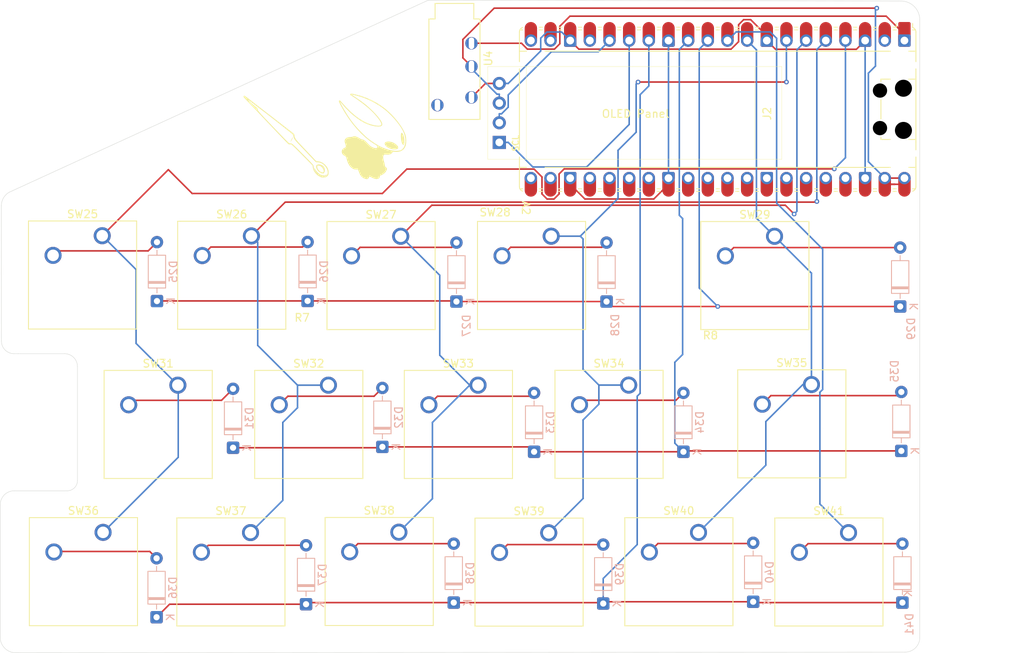
<source format=kicad_pcb>
(kicad_pcb (version 20241229) (generator "pcbnew") (generator_version "9.0")
  (layers (0 "F.Cu" signal) (2 "B.Cu" signal) (13 "F.Paste" user) (15 "B.Paste" user) (5 "F.SilkS" user "F.Silkscreen") (7 "B.SilkS" user "B.Silkscreen") (1 "F.Mask" user) (3 "B.Mask" user) (25 "Edge.Cuts" user))
  (net 0 "")
  (net 1 "unconnected-(A2-GPIO27_ADC1-Pad32)")
  (net 2 "RCol 2")
  (net 3 "RRow 1")
  (net 4 "unconnected-(A2-GPIO22-Pad29)")
  (net 5 "unconnected-(A2-RUN-Pad30)")
  (net 6 "unconnected-(A2-ADC_VREF-Pad35)")
  (net 7 "RRow 0")
  (net 8 "RCol 4")
  (net 9 "unconnected-(A2-AGND-Pad33)")
  (net 10 "unconnected-(A2-3V3-Pad36)")
  (net 11 "unconnected-(A2-GPIO18-Pad24)")
  (net 12 "unconnected-(A2-GPIO28_ADC2-Pad34)")
  (net 13 "unconnected-(A2-GPIO14-Pad19)")
  (net 14 "unconnected-(A2-GPIO26_ADC0-Pad31)")
  (net 15 "unconnected-(A2-3V3_EN-Pad37)")
  (net 16 "RCol 1")
  (net 17 "unconnected-(A2-GPIO16-Pad21)")
  (net 18 "unconnected-(A2-GPIO15-Pad20)")
  (net 19 "unconnected-(A2-GPIO19-Pad25)")
  (net 20 "unconnected-(A2-GPIO13-Pad17)")
  (net 21 "RCol 3")
  (net 22 "R SDA")
  (net 23 "R Jack")
  (net 24 "RCol 0")
  (net 25 "unconnected-(A2-GPIO21-Pad27)")
  (net 26 "unconnected-(A2-GPIO17-Pad22)")
  (net 27 "R SCL")
  (net 28 "RRow 2")
  (net 29 "RCol 5")
  (net 30 "unconnected-(A2-GPIO20-Pad26)")
  (net 31 "Net-(D25-A)")
  (net 32 "Net-(D26-A)")
  (net 33 "Net-(D27-A)")
  (net 34 "Net-(D28-A)")
  (net 35 "Net-(D29-A)")
  (net 36 "Net-(D31-A)")
  (net 37 "Net-(D32-A)")
  (net 38 "Net-(D33-A)")
  (net 39 "Net-(D34-A)")
  (net 40 "Net-(D35-A)")
  (net 41 "Net-(D36-A)")
  (net 42 "Net-(D37-A)")
  (net 43 "Net-(D38-A)")
  (net 44 "Net-(D39-A)")
  (net 45 "Net-(D40-A)")
  (net 46 "Net-(D41-A)")
  (net 48 "unconnected-(A2-GPIO1-Pad2)")
  (net 49 "/GND_R")
  (net 50 "/PWR_R")
  (footprint "Library:Cherry MX 1u" (layer "F.Cu") (at 454.09 345.88)
    (property "Reference" "SW32")
    (property "Value" "SW_Push_45deg")
  )
  (footprint "Library:Cherry MX 1u" (layer "F.Cu") (at 473.42 345.88)
    (property "Reference" "SW33")
    (property "Value" "SW_Push_45deg")
  )
  (footprint "Library:Cherry MX 1u" (layer "F.Cu") (at 444.14 326.59)
    (property "Reference" "SW26")
    (property "Value" "SW_Push_45deg")
  )
  (footprint "Library:Cherry MX 1u" (layer "F.Cu") (at 424.87 326.56)
    (property "Reference" "SW25")
    (property "Value" "SW_Push_45deg")
  )
  (footprint "Library:Cherry MX 1u" (layer "F.Cu") (at 444.03 364.94)
    (property "Reference" "SW37")
    (property "Value" "SW_Push_45deg")
  )
  (footprint "Library:Cherry MX 1u" (layer "F.Cu") (at 424.98 364.91)
    (property "Reference" "SW36")
    (property "Value" "SW_Push_45deg")
  )
  (footprint "MountingHole:MountingHole_3.2mm_M3_ISO7380" (layer "F.Cu") (at 450.69 340.96)
    (property "Reference" "R7")
    (property "Value" "MountingHole_3.2mm_M3_ISO7380")
  )
  (footprint "Library:Cherry MX 1u" (layer "F.Cu") (at 463.43 326.63)
    (property "Reference" "SW27")
    (property "Value" "SW_Push_45deg")
  )
  (footprint "RP_pico:PJ-320A" (layer "F.Cu") (at 472.57 296.53 -90)
    (property "Reference" "U4")
    (property "Value" "PJ-320A")
  )
  (footprint "Library:RaspberryPi_Pico_Common_Unspecified" (layer "F.Cu") (at 504.3725 310.22 -90)
    (property "Reference" "A2")
    (property "Value" "RaspberryPi_Pico")
  )
  (footprint "Library:hornet_needle" (layer "F.Cu") (at 454.16 313.69)
    (property "Reference" "  ")
    (property "Value" "LOGO" (hide yes))
  )
  (footprint "MountingHole:MountingHole_3.2mm_M3_ISO7380" (layer "F.Cu") (at 432.21 361.56)
    (property "Reference" "R5")
    (property "Value" "MountingHole_3.2mm_M3_ISO7380")
  )
  (footprint "Library:Cherry MX 1u" (layer "F.Cu") (at 492.88 345.87)
    (property "Reference" "SW34")
    (property "Value" "SW_Push_45deg")
  )
  (footprint "oled:SSD1306-0.91-OLED-4pin-128x32" (layer "F.Cu") (at 512.665 316.685 180)
    (property "Reference" "J2")
    (property "Value" "Conn_01x04")
  )
  (footprint "Library:Cherry MX 1u" (layer "F.Cu") (at 434.64 345.88)
    (property "Reference" "SW31")
    (property "Value" "SW_Push_45deg")
  )
  (footprint "MountingHole:MountingHole_3.2mm_M3_ISO7380" (layer "F.Cu") (at 503.44 343.25)
    (property "Reference" "R8")
    (property "Value" "MountingHole_3.2mm_M3_ISO7380")
  )
  (footprint "MountingHole:MountingHole_3.2mm_M3_ISO7380" (layer "F.Cu") (at 489.91 361.17)
    (property "Reference" "R6")
    (property "Value" "MountingHole_3.2mm_M3_ISO7380")
  )
  (footprint "Library:Cherry MX 1u" (layer "F.Cu") (at 482.55 364.97)
    (property "Reference" "SW39")
    (property "Value" "SW_Push_45deg")
  )
  (footprint "Library:Cherry MX 1u" (layer "F.Cu") (at 521.28 364.95)
    (property "Reference" "SW41")
    (property "Value" "SW_Push_45deg")
  )
  (footprint "Library:SW_Cherry_MX_1.50u_PCB" (layer "F.Cu") (at 516.49 345.8)
    (property "Reference" "SW35")
    (property "Value" "SW_Push_45deg")
  )
  (footprint "Library:Cherry MX 1u" (layer "F.Cu") (at 482.87 326.62)
    (property "Reference" "SW28")
    (property "Value" "SW_Push_45deg")
  )
  (footprint "Library:Cherry MX 1u" (layer "F.Cu") (at 463.19 364.89)
    (property "Reference" "SW38")
    (property "Value" "SW_Push_45deg")
  )
  (footprint "Library:Cherry MX 1u" (layer "F.Cu") (at 501.9 364.92)
    (property "Reference" "SW40")
    (property "Value" "SW_Push_45deg")
  )
  (footprint "Library:SW_Cherry_MX_2.00u_PCB" (layer "F.Cu") (at 511.72 326.63)
    (property "Reference" "SW29")
    (property "Value" "SW_Push_45deg")
  )
  (footprint "Diode_THT:D_DO-35_SOD27_P7.62mm_Horizontal" (layer "B.Cu") (at 451.4 334.99 90)
    (property "Reference" "D26")
    (property "Value" "1N4148")
  )
  (footprint "Diode_THT:D_DO-35_SOD27_P7.62mm_Horizontal" (layer "B.Cu") (at 528.24 373.99 90)
    (property "Reference" "D41")
    (property "Value" "1N4148")
  )
  (footprint "Diode_THT:D_DO-35_SOD27_P7.62mm_Horizontal" (layer "B.Cu") (at 451.2 374.2 90)
    (property "Reference" "D37")
    (property "Value" "1N4148")
  )
  (footprint "Diode_THT:D_DO-35_SOD27_P7.62mm_Horizontal" (layer "B.Cu") (at 508.96 373.88 90)
    (property "Reference" "D40")
    (property "Value" "1N4148")
  )
  (footprint "Diode_THT:D_DO-35_SOD27_P7.62mm_Horizontal" (layer "B.Cu") (at 480.66 354.49 90)
    (property "Reference" "D33")
    (property "Value" "1N4148")
  )
  (footprint "Diode_THT:D_DO-35_SOD27_P7.62mm_Horizontal" (layer "B.Cu") (at 431.94 335.01 90)
    (property "Reference" "D25")
    (property "Value" "1N4148")
  )
  (footprint "Diode_THT:D_DO-35_SOD27_P7.62mm_Horizontal" (layer "B.Cu") (at 499.95 354.49 90)
    (property "Reference" "D34")
    (property "Value" "1N4148")
  )
  (footprint "Diode_THT:D_DO-35_SOD27_P7.62mm_Horizontal" (layer "B.Cu") (at 490.02 335.07 90)
    (property "Reference" "D28")
    (property "Value" "1N4148")
  )
  (footprint "Diode_THT:D_DO-35_SOD27_P7.62mm_Horizontal" (layer "B.Cu") (at 489.59 374.11 90)
    (property "Reference" "D39")
    (property "Value" "1N4148")
  )
  (footprint "Diode_THT:D_DO-35_SOD27_P7.62mm_Horizontal" (layer "B.Cu") (at 441.77 353.97 90)
    (property "Reference" "D31")
    (property "Value" "1N4148")
  )
  (footprint "Diode_THT:D_DO-35_SOD27_P7.62mm_Horizontal" (layer "B.Cu") (at 527.95 335.71 90)
    (property "Reference" "D29")
    (property "Value" "1N4148")
  )
  (footprint "Diode_THT:D_DO-35_SOD27_P7.62mm_Horizontal" (layer "B.Cu") (at 470.28 373.99 90)
    (property "Reference" "D38")
    (property "Value" "1N4148")
  )
  (footprint "Diode_THT:D_DO-35_SOD27_P7.62mm_Horizontal" (layer "B.Cu") (at 461.06 353.86 90)
    (property "Reference" "D32")
    (property "Value" "1N4148")
  )
  (footprint "Diode_THT:D_DO-35_SOD27_P7.62mm_Horizontal" (layer "B.Cu") (at 431.89 375.88 90)
    (property "Reference" "D36")
    (property "Value" "1N4148")
  )
  (footprint "Diode_THT:D_DO-35_SOD27_P7.62mm_Horizontal" (layer "B.Cu") (at 528.1 354.38 90)
    (property "Reference" "D35")
    (property "Value" "1N4148")
  )
  (footprint "Diode_THT:D_DO-35_SOD27_P7.62mm_Horizontal" (layer "B.Cu") (at 470.63 335.07 90)
    (property "Reference" "D27")
    (property "Value" "1N4148")
  )
  (gr_arc (start 420 341.81) (mid 421.180868 342.299132) (end 421.67 343.48) (stroke (width 0.05)) (layer "Edge.Cuts"))
  (gr_arc (start 421.67 358.21) (mid 421.280452 359.150452) (end 420.34 359.54) (stroke (width 0.05)) (layer "Edge.Cuts"))
  (gr_line (start 411.68864 378.431061) (end 411.7 361.33) (stroke (width 0.05)) (layer "Edge.Cuts"))
  (gr_line (start 528.6 380.390027) (end 413.65 380.48) (stroke (width 0.05)) (layer "Edge.Cuts"))
  (gr_arc (start 528.049714 296.220686) (mid 529.767517 296.925403) (end 530.48 298.64) (stroke (width 0.05)) (layer "Edge.Cuts"))
  (gr_arc (start 411.844283 322.68) (mid 412.119609 321.665777) (end 412.87 320.93) (stroke (width 0.05)) (layer "Edge.Cuts"))
  (gr_line (start 421.67 358.21) (end 421.67 343.48) (stroke (width 0.05)) (layer "Edge.Cuts"))
  (gr_line (start 413.49 359.54) (end 420.34 359.54) (stroke (width 0.05)) (layer "Edge.Cuts"))
  (gr_arc (start 413.47 341.81) (mid 412.324487 341.335513) (end 411.85 340.19) (stroke (width 0.05)) (layer "Edge.Cuts"))
  (gr_line (start 420 341.81) (end 414.03 341.81) (stroke (width 0.05)) (layer "Edge.Cuts"))
  (gr_line (start 412.87 320.93) (end 466.979714 296.110687) (stroke (width 0.05)) (layer "Edge.Cuts"))
  (gr_arc (start 411.7 361.33) (mid 412.224279 360.064279) (end 413.49 359.54) (stroke (width 0.05)) (layer "Edge.Cuts"))
  (gr_line (start 414.03 341.81) (end 413.47 341.81) (stroke (width 0.05)) (layer "Edge.Cuts"))
  (gr_arc (start 413.65 380.48) (mid 412.252126 379.854884) (end 411.688612 378.431061) (stroke (width 0.05)) (layer "Edge.Cuts"))
  (gr_line (start 466.979714 296.110687) (end 528.049714 296.220687) (stroke (width 0.05)) (layer "Edge.Cuts"))
  (gr_line (start 530.48 378.040113) (end 530.479999 378.52) (stroke (width 0.05)) (layer "Edge.Cuts"))
  (gr_line (start 411.85 340.19) (end 411.84 322.68) (stroke (width 0.05)) (layer "Edge.Cuts"))
  (gr_arc (start 530.48 378.52) (mid 529.925839 379.84291) (end 528.6 380.390027) (stroke (width 0.05)) (layer "Edge.Cuts"))
  (gr_line (start 530.48 378.040113) (end 530.48 298.64) (stroke (width 0.05)) (layer "Edge.Cuts"))
  (gr_text "  " (at 473.28 320.74 0) (layer "B.SilkS") (effects (font (size 5 7)) (justify left bottom mirror)))
  (segment (start 508.1825 319.91) (end 508.1825 319.11) (width 0.2) (layer "F.Cu") (net 1))
  (segment (start 515.8025 300.53) (end 515.8025 301.33) (width 0.2) (layer "F.Cu") (net 2))
  (segment (start 513.1152 322.6204) (end 514.2509 323.7561) (width 0.2) (layer "F.Cu") (net 2))
  (segment (start 463.43 326.63) (end 467.4396 322.6204) (width 0.2) (layer "F.Cu") (net 2))
  (segment (start 467.4396 322.6204) (end 513.1152 322.6204) (width 0.2) (layer "F.Cu") (net 2))
  (via (at 514.2509 323.7561) (size 0.6) (drill 0.3) (layers "F.Cu" "B.Cu") (net 2))
  (segment (start 468.4702 342.006) (end 472.3442 345.88) (width 0.2) (layer "B.Cu") (net 2))
  (segment (start 514.6105 323.3965) (end 514.6105 302.522) (width 0.2) (layer "B.Cu") (net 2))
  (segment (start 467.5269 360.5531) (end 463.19 364.89) (width 0.2) (layer "B.Cu") (net 2))
  (segment (start 467.5269 350.6973) (end 467.5269 360.5531) (width 0.2) (layer "B.Cu") (net 2))
  (segment (start 473.42 345.88) (end 472.3442 345.88) (width 0.2) (layer "B.Cu") (net 2))
  (segment (start 463.43 326.63) (end 468.4702 331.6702) (width 0.2) (layer "B.Cu") (net 2))
  (segment (start 514.2509 323.7561) (end 514.6105 323.3965) (width 0.2) (layer "B.Cu") (net 2))
  (segment (start 468.4702 331.6702) (end 468.4702 342.006) (width 0.2) (layer "B.Cu") (net 2))
  (segment (start 514.6105 302.522) (end 515.8025 301.33) (width 0.2) (layer "B.Cu") (net 2))
  (segment (start 472.3442 345.88) (end 467.5269 350.6973) (width 0.2) (layer "B.Cu") (net 2))
  (segment (start 480.66 354.49) (end 499.95 354.49) (width 0.2) (layer "F.Cu") (net 3))
  (segment (start 500.06 354.38) (end 499.95 354.49) (width 0.2) (layer "F.Cu") (net 3))
  (segment (start 460.95 353.97) (end 461.06 353.86) (width 0.2) (layer "F.Cu") (net 3))
  (segment (start 528.1 354.38) (end 500.06 354.38) (width 0.2) (layer "F.Cu") (net 3))
  (segment (start 461.06 353.86) (end 480.03 353.86) (width 0.2) (layer "F.Cu") (net 3))
  (segment (start 480.03 353.86) (end 480.66 354.49) (width 0.2) (layer "F.Cu") (net 3))
  (segment (start 441.77 353.97) (end 460.95 353.97) (width 0.2) (layer "F.Cu") (net 3))
  (segment (start 500.5625 300.53) (end 500.5625 301.33) (width 0.2) (layer "F.Cu") (net 3))
  (segment (start 499.8453 324.3405) (end 499.4208 323.916) (width 0.2) (layer "B.Cu") (net 3))
  (segment (start 499.4208 302.4717) (end 500.5625 301.33) (width 0.2) (layer "B.Cu") (net 3))
  (segment (start 499.8453 341.9166) (end 499.8453 324.3405) (width 0.2) (layer "B.Cu") (net 3))
  (segment (start 498.8418 342.9201) (end 499.8453 341.9166) (width 0.2) (layer "B.Cu") (net 3))
  (segment (start 499.95 354.49) (end 498.8418 353.3818) (width 0.2) (layer "B.Cu") (net 3))
  (segment (start 499.4208 323.916) (end 499.4208 302.4717) (width 0.2) (layer "B.Cu") (net 3))
  (segment (start 498.8418 353.3818) (end 498.8418 342.9201) (width 0.2) (layer "B.Cu") (net 3))
  (segment (start 500.5625 319.91) (end 500.5625 319.11) (width 0.2) (layer "F.Cu") (net 4))
  (segment (start 503.1025 319.91) (end 503.1025 319.11) (width 0.2) (layer "F.Cu") (net 5))
  (segment (start 515.8025 319.91) (end 515.8025 319.11) (width 0.2) (layer "F.Cu") (net 6))
  (segment (start 470.63 335.07) (end 490.02 335.07) (width 0.2) (layer "F.Cu") (net 7))
  (segment (start 527.95 335.71) (end 504.3813 335.71) (width 0.2) (layer "F.Cu") (net 7))
  (segment (start 470.63 335.07) (end 470.55 334.99) (width 0.2) (layer "F.Cu") (net 7))
  (segment (start 503.1025 301.33) (end 503.1025 300.53) (width 0.2) (layer "F.Cu") (net 7))
  (segment (start 470.55 334.99) (end 451.4 334.99) (width 0.2) (layer "F.Cu") (net 7))
  (segment (start 451.4 334.99) (end 431.96 334.99) (width 0.2) (layer "F.Cu") (net 7))
  (segment (start 504.3813 335.71) (end 490.66 335.71) (width 0.2) (layer "F.Cu") (net 7))
  (segment (start 490.66 335.71) (end 490.02 335.07) (width 0.2) (layer "F.Cu") (net 7))
  (segment (start 431.96 334.99) (end 431.94 335.01) (width 0.2) (layer "F.Cu") (net 7))
  (via (at 504.3813 335.71) (size 0.6) (drill 0.3) (layers "F.Cu" "B.Cu") (net 7))
  (segment (start 504.3813 335.71) (end 501.9912 333.3199) (width 0.2) (layer "B.Cu") (net 7))
  (segment (start 501.9912 333.3199) (end 501.9912 302.4413) (width 0.2) (layer "B.Cu") (net 7))
  (segment (start 501.9912 302.4413) (end 503.1025 301.33) (width 0.2) (layer "B.Cu") (net 7))
  (segment (start 508.1825 300.53) (end 508.1825 301.33) (width 0.2) (layer "F.Cu") (net 8))
  (segment (start 511.72 326.63) (end 509.3848 324.2948) (width 0.2) (layer "B.Cu") (net 8))
  (segment (start 510.5969 356.2231) (end 501.9 364.92) (width 0.2) (layer "B.Cu") (net 8))
  (segment (start 516.49 345.8) (end 515.3821 345.8) (width 0.2) (layer "B.Cu") (net 8))
  (segment (start 516.49 345.8) (end 516.49 331.4) (width 0.2) (layer "B.Cu") (net 8))
  (segment (start 509.3848 324.2948) (end 509.3848 302.5323) (width 0.2) (layer "B.Cu") (net 8))
  (segment (start 509.3848 302.5323) (end 508.1825 301.33) (width 0.2) (layer "B.Cu") (net 8))
  (segment (start 515.3821 345.8) (end 510.5969 350.5852) (width 0.2) (layer "B.Cu") (net 8))
  (segment (start 510.5969 350.5852) (end 510.5969 356.2231) (width 0.2) (layer "B.Cu") (net 8))
  (segment (start 516.49 331.4) (end 511.72 326.63) (width 0.2) (layer "B.Cu") (net 8))
  (segment (start 510.7225 319.91) (end 510.7225 319.11) (width 0.2) (layer "F.Cu") (net 9))
  (segment (start 518.3425 319.91) (end 518.3425 319.11) (width 0.2) (layer "F.Cu") (net 10))
  (segment (start 487.8625 319.11) (end 487.8625 319.91) (width 0.2) (layer "F.Cu") (net 11))
  (segment (start 513.2625 319.91) (end 513.2625 319.11) (width 0.2) (layer "F.Cu") (net 12))
  (segment (start 482.7825 300.53) (end 482.7825 301.33) (width 0.2) (layer "F.Cu") (net 13))
  (segment (start 505.6425 319.91) (end 505.6425 319.11) (width 0.2) (layer "F.Cu") (net 14))
  (segment (start 520.8825 319.11) (end 520.8825 319.91) (width 0.2) (layer "F.Cu") (net 15))
  (segment (start 444.14 326.59) (end 448.5127 322.2173) (width 0.2) (layer "F.Cu") (net 16))
  (segment (start 448.5127 322.2173) (end 517.1002 322.2173) (width 0.2) (layer "F.Cu") (net 16))
  (segment (start 517.1002 322.2173) (end 517.1835 322.134) (width 0.2) (layer "F.Cu") (net 16))
  (segment (start 518.3425 300.53) (end 518.3425 301.33) (width 0.2) (layer "F.Cu") (net 16))
  (via (at 517.1835 322.134) (size 0.6) (drill 0.3) (layers "F.Cu" "B.Cu") (net 16))
  (segment (start 448.1969 350.6973) (end 450.0972 348.797) (width 0.2) (layer "B.Cu") (net 16))
  (segment (start 448.1969 360.7731) (end 448.1969 350.6973) (width 0.2) (layer "B.Cu") (net 16))
  (segment (start 517.1835 302.489) (end 517.1835 322.134) (width 0.2) (layer "B.Cu") (net 16))
  (segment (start 444.9532 327.4032) (end 444.14 326.59) (width 0.2) (layer "B.Cu") (net 16))
  (segment (start 450.0972 348.797) (end 450.0972 345.88) (width 0.2) (layer "B.Cu") (net 16))
  (segment (start 444.9532 340.736) (end 444.9532 327.4032) (width 0.2) (layer "B.Cu") (net 16))
  (segment (start 454.09 345.88) (end 450.0972 345.88) (width 0.2) (layer "B.Cu") (net 16))
  (segment (start 518.3425 301.33) (end 517.1835 302.489) (width 0.2) (layer "B.Cu") (net 16))
  (segment (start 444.03 364.94) (end 448.1969 360.7731) (width 0.2) (layer "B.Cu") (net 16))
  (segment (start 450.0972 345.88) (end 444.9532 340.736) (width 0.2) (layer "B.Cu") (net 16))
  (segment (start 480.2425 319.91) (end 480.2425 319.11) (width 0.2) (layer "F.Cu") (net 17))
  (segment (start 480.2425 301.33) (end 480.2425 300.53) (width 0.2) (layer "F.Cu") (net 18))
  (segment (start 490.4025 319.11) (end 490.4025 319.91) (width 0.2) (layer "F.Cu") (net 19))
  (segment (start 487.8625 301.33) (end 487.8625 300.53) (width 0.2) (layer "F.Cu") (net 20))
  (segment (start 513.2625 300.53) (end 513.2625 301.33) (width 0.2) (layer "F.Cu") (net 21))
  (segment (start 494.0902 306.6899) (end 513.2562 306.6899) (width 0.2) (layer "F.Cu") (net 21))
  (via (at 494.0902 306.6899) (size 0.6) (drill 0.3) (layers "F.Cu" "B.Cu") (net 21))
  (via (at 513.2562 306.6899) (size 0.6) (drill 0.3) (layers "F.Cu" "B.Cu") (net 21))
  (segment (start 493.8425 306.9376) (end 494.0902 306.6899) (width 0.2) (layer "B.Cu") (net 21))
  (segment (start 489.0284 345.87) (end 489.0284 348.3362) (width 0.2) (layer "B.Cu") (net 21))
  (segment (start 486.9821 343.8237) (end 486.9821 326.9762) (width 0.2) (layer "B.Cu") (net 21))
  (segment (start 491.5042 315.5174) (end 493.8425 313.1791) (width 0.2) (layer "B.Cu") (net 21))
  (segment (start 486.6259 326.62) (end 491.5042 321.7417) (width 0.2) (layer "B.Cu") (net 21))
  (segment (start 489.0284 348.3362) (end 486.9869 350.3777) (width 0.2) (layer "B.Cu") (net 21))
  (segment (start 491.5042 321.7417) (end 491.5042 315.5174) (width 0.2) (layer "B.Cu") (net 21))
  (segment (start 513.2562 301.3363) (end 513.2625 301.33) (width 0.2) (layer "B.Cu") (net 21))
  (segment (start 489.0284 345.87) (end 492.88 345.87) (width 0.2) (layer "B.Cu") (net 21))
  (segment (start 486.9869 360.5331) (end 482.55 364.97) (width 0.2) (layer "B.Cu") (net 21))
  (segment (start 486.9869 350.3777) (end 486.9869 360.5331) (width 0.2) (layer "B.Cu") (net 21))
  (segment (start 489.0284 345.87) (end 486.9821 343.8237) (width 0.2) (layer "B.Cu") (net 21))
  (segment (start 486.9821 326.9762) (end 486.6259 326.62) (width 0.2) (layer "B.Cu") (net 21))
  (segment (start 482.87 326.62) (end 486.6259 326.62) (width 0.2) (layer "B.Cu") (net 21))
  (segment (start 513.2562 306.6899) (end 513.2562 301.3363) (width 0.2) (layer "B.Cu") (net 21))
  (segment (start 493.8425 313.1791) (end 493.8425 306.9376) (width 0.2) (layer "B.Cu") (net 21))
  (segment (start 492.9425 300.53) (end 492.9425 301.33) (width 0.2) (layer "F.Cu") (net 22))
  (segment (start 487.4468 317.6734) (end 480.4951 317.6734) (width 0.2) (layer "B.Cu") (net 22))
  (segment (start 476.165 314.495) (end 477.3167 314.495) (width 0.2) (layer "B.Cu") (net 22))
  (segment (start 492.9425 312.1777) (end 487.4468 317.6734) (width 0.2) (layer "B.Cu") (net 22))
  (segment (start 480.4951 317.6734) (end 477.3167 314.495) (width 0.2) (layer "B.Cu") (net 22))
  (segment (start 492.9425 301.33) (end 492.9425 312.1777) (width 0.2) (layer "B.Cu") (net 22))
  (segment (start 483.2934 302.4347) (end 483.9848 301.7433) (width 0.2) (layer "F.Cu") (net 23))
  (segment (start 472.57 301.68) (end 479.0346 301.68) (width 0.2) (layer "F.Cu") (net 23))
  (segment (start 479.0346 301.68) (end 479.0346 301.6801) (width 0.2) (layer "F.Cu") (net 23))
  (segment (start 483.9848 299.4797) (end 485.289 298.1755) (width 0.2) (layer "F.Cu") (net 23))
  (segment (start 483.9848 301.7433) (end 483.9848 299.4797) (width 0.2) (layer "F.Cu") (net 23))
  (segment (start 528.5025 301.33) (end 528.5025 300.53) (width 0.2) (layer "F.Cu") (net 23))
  (segment (start 526.148 298.1755) (end 528.5025 300.53) (width 0.2) (layer "F.Cu") (net 23))
  (segment (start 485.289 298.1755) (end 526.148 298.1755) (width 0.2) (layer "F.Cu") (net 23))
  (segment (start 479.0346 301.6801) (end 479.7892 302.4347) (width 0.2) (layer "F.Cu") (net 23))
  (segment (start 479.7892 302.4347) (end 483.2934 302.4347) (width 0.2) (layer "F.Cu") (net 23))
  (segment (start 482.3319 321.8147) (end 481.6778 321.1606) (width 0.2) (layer "F.Cu") (net 24))
  (segment (start 483.8872 321.1606) (end 483.2331 321.8147) (width 0.2) (layer "F.Cu") (net 24))
  (segment (start 483.8872 318.5756) (end 483.8872 321.1606) (width 0.2) (layer "F.Cu") (net 24))
  (segment (start 519.4353 317.919) (end 484.5438 317.919) (width 0.2) (layer "F.Cu") (net 24))
  (segment (start 433.41 318.02) (end 424.87 326.56) (width 0.2) (layer "F.Cu") (net 24))
  (segment (start 481.6778 318.9637) (end 480.6558 317.9417) (width 0.2) (layer "F.Cu") (net 24))
  (segment (start 520.8825 300.53) (end 520.8825 301.33) (width 0.2) (layer "F.Cu") (net 24))
  (segment (start 464.2183 317.9417) (end 461.06 321.1) (width 0.2) (layer "F.Cu") (net 24))
  (segment (start 480.6558 317.9417) (end 464.2183 317.9417) (width 0.2) (layer "F.Cu") (net 24))
  (segment (start 436.49 321.1) (end 433.41 318.02) (width 0.2) (layer "F.Cu") (net 24))
  (segment (start 481.6778 321.1606) (end 481.6778 318.9637) (width 0.2) (layer "F.Cu") (net 24))
  (segment (start 461.06 321.1) (end 436.49 321.1) (width 0.2) (layer "F.Cu") (net 24))
  (segment (start 483.2331 321.8147) (end 482.3319 321.8147) (width 0.2) (layer "F.Cu") (net 24))
  (segment (start 484.5438 317.919) (end 483.8872 318.5756) (width 0.2) (layer "F.Cu") (net 24))
  (via (at 519.4353 317.919) (size 0.6) (drill 0.3) (layers "F.Cu" "B.Cu") (net 24))
  (segment (start 424.87 326.56) (end 429.2409 330.9309) (width 0.2) (layer "B.Cu") (net 24))
  (segment (start 434.6908 345.9308) (end 434.64 345.88) (width 0.2) (layer "B.Cu") (net 24))
  (segment (start 429.2409 340.4809) (end 434.64 345.88) (width 0.2) (layer "B.Cu") (net 24))
  (segment (start 520.8825 316.4718) (end 519.4353 317.919) (width 0.2) (layer "B.Cu") (net 24))
  (segment (start 520.8825 301.33) (end 520.8825 316.4718) (width 0.2) (layer "B.Cu") (net 24))
  (segment (start 429.2409 330.9309) (end 429.2409 340.4809) (width 0.2) (layer "B.Cu") (net 24))
  (segment (start 424.98 364.91) (end 434.6908 355.1992) (width 0.2) (layer "B.Cu") (net 24))
  (segment (start 434.6908 355.1992) (end 434.6908 345.9308) (width 0.2) (layer "B.Cu") (net 24))
  (segment (start 495.4825 319.11) (end 495.4825 319.91) (width 0.2) (layer "F.Cu") (net 25))
  (segment (start 482.7825 319.11) (end 482.7825 319.91) (width 0.2) (layer "F.Cu") (net 26))
  (segment (start 490.4025 301.33) (end 490.4025 300.53) (width 0.2) (layer "F.Cu") (net 27))
  (segment (start 476.453 310.8033) (end 477.3167 309.9396) (width 0.2) (layer "B.Cu") (net 27))
  (segment (start 476.165 310.8033) (end 476.453 310.8033) (width 0.2) (layer "B.Cu") (net 27))
  (segment (start 477.3167 308.3588) (end 482.9011 302.7744) (width 0.2) (layer "B.Cu") (net 27))
  (segment (start 488.9581 302.7744) (end 490.4025 301.33) (width 0.2) (layer "B.Cu") (net 27))
  (segment (start 482.9011 302.7744) (end 488.9581 302.7744) (width 0.2) (layer "B.Cu") (net 27))
  (segment (start 477.3167 309.9396) (end 477.3167 308.3588) (width 0.2) (layer "B.Cu") (net 27))
  (segment (start 476.165 311.955) (end 476.165 310.8033) (width 0.2) (layer "B.Cu") (net 27))
  (segment (start 509.07 373.99) (end 508.96 373.88) (width 0.2) (layer "F.Cu") (net 28))
  (segment (start 489.59 373.995) (end 470.285 373.995) (width 0.2) (layer "F.Cu") (net 28))
  (segment (start 470.28 373.99) (end 451.41 373.99) (width 0.2) (layer "F.Cu") (net 28))
  (segment (start 470.285 373.995) (end 470.28 373.99) (width 0.2) (layer "F.Cu") (net 28))
  (segment (start 433.57 374.2) (end 451.2 374.2) (width 0.2) (layer "F.Cu") (net 28))
  (segment (start 495.4825 300.53) (end 495.4825 301.33) (width 0.2) (layer "F.Cu") (net 28))
  (segment (start 489.59 373.995) (end 489.59 374.11) (width 0.2) (layer "F.Cu") (net 28))
  (segment (start 451.41 373.99) (end 451.2 374.2) (width 0.2) (layer "F.Cu") (net 28))
  (segment (start 528.24 373.99) (end 509.07 373.99) (width 0.2) (layer "F.Cu") (net 28))
  (segment (start 431.89 375.88) (end 433.57 374.2) (width 0.2) (layer "F.Cu") (net 28))
  (segment (start 489.705 373.88) (end 489.59 373.995) (width 0.2) (layer "F.Cu") (net 28))
  (segment (start 508.96 373.88) (end 489.705 373.88) (width 0.2) (layer "F.Cu") (net 28))
  (segment (start 489.59 374.11) (end 489.59 370.8749) (width 0.2) (layer "B.Cu") (net 28))
  (segment (start 494.3554 346.9346) (end 494.3554 308.3276) (width 0.2) (layer "B.Cu") (net 28))
  (segment (start 493.9787 366.4862) (end 493.9787 347.3113) (width 0.2) (layer "B.Cu") (net 28))
  (segment (start 489.59 370.8749) (end 493.9787 366.4862) (width 0.2) (layer "B.Cu") (net 28))
  (segment (start 493.9787 347.3113) (end 494.3554 346.9346) (width 0.2) (layer "B.Cu") (net 28))
  (segment (start 495.4825 307.2005) (end 495.4825 301.33) (width 0.2) (layer "B.Cu") (net 28))
  (segment (start 494.3554 308.3276) (end 495.4825 307.2005) (width 0.2) (layer "B.Cu") (net 28))
  (segment (start 505.6425 301.33) (end 505.6425 300.53) (width 0.2) (layer "F.Cu") (net 29))
  (segment (start 517.5812 346.7969) (end 517.5812 361.2512) (width 0.2) (layer "B.Cu") (net 29))
  (segment (start 511.9898 301.0402) (end 511.9898 322.3458) (width 0.2) (layer "B.Cu") (net 29))
  (segment (start 511.9898 322.3458) (end 517.937 328.293) (width 0.2) (layer "B.Cu") (net 29))
  (segment (start 517.937 328.293) (end 517.937 346.4411) (width 0.2) (layer "B.Cu") (net 29))
  (segment (start 506.7617 300.2108) (end 511.1604 300.2108) (width 0.2) (layer "B.Cu") (net 29))
  (segment (start 511.1604 300.2108) (end 511.9898 301.0402) (width 0.2) (layer "B.Cu") (net 29))
  (segment (start 517.5812 361.2512) (end 521.28 364.95) (width 0.2) (layer "B.Cu") (net 29))
  (segment (start 517.937 346.4411) (end 517.5812 346.7969) (width 0.2) (layer "B.Cu") (net 29))
  (segment (start 505.6425 301.33) (end 506.7617 300.2108) (width 0.2) (layer "B.Cu") (net 29))
  (segment (start 492.9425 319.11) (end 492.9425 319.91) (width 0.2) (layer "F.Cu") (net 30))
  (segment (start 430.81 328.52) (end 431.94 327.39) (width 0.2) (layer "F.Cu") (net 31))
  (segment (start 418.52 329.1) (end 419.1 328.52) (width 0.2) (layer "F.Cu") (net 31))
  (segment (start 419.1 328.52) (end 430.81 328.52) (width 0.2) (layer "F.Cu") (net 31))
  (segment (start 451.4 327.37) (end 450.7483 328.0217) (width 0.2) (layer "F.Cu") (net 32))
  (segment (start 438.8983 328.0217) (end 437.79 329.13) (width 0.2) (layer "F.Cu") (net 32))
  (segment (start 450.7483 328.0217) (end 438.8983 328.0217) (width 0.2) (layer "F.Cu") (net 32))
  (segment (start 470.0183 328.0617) (end 458.1883 328.0617) (width 0.2) (layer "F.Cu") (net 33))
  (segment (start 470.63 327.45) (end 470.0183 328.0617) (width 0.2) (layer "F.Cu") (net 33))
  (segment (start 458.1883 328.0617) (end 457.08 329.17) (width 0.2) (layer "F.Cu") (net 33))
  (segment (start 490.02 327.45) (end 489.4183 328.0517) (width 0.2) (layer "F.Cu") (net 34))
  (segment (start 489.4183 328.0517) (end 477.6283 328.0517) (width 0.2) (layer "F.Cu") (net 34))
  (segment (start 477.6283 328.0517) (end 476.52 329.16) (width 0.2) (layer "F.Cu") (net 34))
  (segment (start 506.45 328.09) (end 505.37 329.17) (width 0.2) (layer "F.Cu") (net 35))
  (segment (start 527.95 328.09) (end 506.45 328.09) (width 0.2) (layer "F.Cu") (net 35))
  (segment (start 440.28 347.84) (end 441.77 346.35) (width 0.2) (layer "F.Cu") (net 36))
  (segment (start 428.87 347.84) (end 440.28 347.84) (width 0.2) (layer "F.Cu") (net 36))
  (segment (start 428.29 348.42) (end 428.87 347.84) (width 0.2) (layer "F.Cu") (net 36))
  (segment (start 459.9883 347.3117) (end 448.8483 347.3117) (width 0.2) (layer "F.Cu") (net 37))
  (segment (start 448.8483 347.3117) (end 447.74 348.42) (width 0.2) (layer "F.Cu") (net 37))
  (segment (start 461.06 346.24) (end 459.9883 347.3117) (width 0.2) (layer "F.Cu") (net 37))
  (segment (start 480.66 346.87) (end 480.2183 347.3117) (width 0.2) (layer "F.Cu") (net 38))
  (segment (start 468.1783 347.3117) (end 467.07 348.42) (width 0.2) (layer "F.Cu") (net 38))
  (segment (start 480.2183 347.3117) (end 468.1783 347.3117) (width 0.2) (layer "F.Cu") (net 38))
  (segment (start 486.53 348.41) (end 487.11 347.83) (width 0.2) (layer "F.Cu") (net 39))
  (segment (start 498.99 347.83) (end 499.95 346.87) (width 0.2) (layer "F.Cu") (net 39))
  (segment (start 487.11 347.83) (end 498.99 347.83) (width 0.2) (layer "F.Cu") (net 39))
  (segment (start 527.6283 347.2317) (end 511.2483 347.2317) (width 0.2) (layer "F.Cu") (net 40))
  (segment (start 528.1 346.76) (end 527.6283 347.2317) (width 0.2) (layer "F.Cu") (net 40))
  (segment (start 511.2483 347.2317) (end 510.14 348.34) (width 0.2) (layer "F.Cu") (net 40))
  (segment (start 431.89 368.26) (end 431.0107 367.3807) (width 0.2) (layer "F.Cu") (net 41))
  (segment (start 431.0107 367.3807) (end 418.6993 367.3807) (width 0.2) (layer "F.Cu") (net 41))
  (segment (start 418.6993 367.3807) (end 418.63 367.45) (width 0.2) (layer "F.Cu") (net 41))
  (segment (start 438.58 366.58) (end 437.68 367.48) (width 0.2) (layer "F.Cu") (net 42))
  (segment (start 451.2 366.58) (end 438.58 366.58) (width 0.2) (layer "F.Cu") (net 42))
  (segment (start 470.28 366.37) (end 457.9 366.37) (width 0.2) (layer "F.Cu") (net 43))
  (segment (start 457.9 366.37) (end 456.84 367.43) (width 0.2) (layer "F.Cu") (net 43))
  (segment (start 489.59 366.49) (end 477.22 366.49) (width 0.2) (layer "F.Cu") (net 44))
  (segment (start 477.22 366.49) (end 476.2 367.51) (width 0.2) (layer "F.Cu") (net 44))
  (segment (start 496.6583 366.3517) (end 495.55 367.46) (width 0.2) (layer "F.Cu") (net 45))
  (segment (start 508.8683 366.3517) (end 496.6583 366.3517) (width 0.2) (layer "F.Cu") (net 45))
  (segment (start 508.96 366.26) (end 508.8683 366.3517) (width 0.2) (layer "F.Cu") (net 45))
  (segment (start 514.93 367.49) (end 516.05 366.37) (width 0.2) (layer "F.Cu") (net 46))
  (segment (start 516.05 366.37) (end 528.24 366.37) (width 0.2) (layer "F.Cu") (net 46))
  (segment (start 525.9625 301.33) (end 525.9625 300.53) (width 0.2) (layer "F.Cu") (net 48))
  (segment (start 523.4225 319.91) (end 523.4225 319.11) (width 0.2) (layer "F.Cu") (net 49))
  (segment (start 476.165 306.875) (end 474.375 306.875) (width 0.2) (layer "F.Cu") (net 49))
  (segment (start 485.3225 301.33) (end 486.4296 302.4371) (width 0.2) (layer "F.Cu") (net 49))
  (segment (start 508.633 298.6253) (end 507.732 298.6253) (width 0.2) (layer "F.Cu") (net 49))
  (segment (start 507.732 298.6253) (end 507.0778 299.2795) (width 0.2) (layer "F.Cu") (net 49))
  (segment (start 507.0778 299.2795) (end 507.0778 301.4703) (width 0.2) (layer "F.Cu") (net 49))
  (segment (start 486.4296 302.4371) (end 498.0225 302.4371) (width 0.2) (layer "F.Cu") (net 49))
  (segment (start 498.0225 319.11) (end 498.0225 319.91) (width 0.2) (layer "F.Cu") (net 49))
  (segment (start 506.111 302.4371) (end 498.0225 302.4371) (width 0.2) (layer "F.Cu") (net 49))
  (segment (start 511.8493 302.4568) (end 510.7225 301.33) (width 0.2) (layer "F.Cu") (net 49))
  (segment (start 487.2185 321.811) (end 496.1265 321.811) (width 0.2) (layer "F.Cu") (net 49))
  (segment (start 496.1265 321.811) (end 498.0225 319.915) (width 0.2) (layer "F.Cu") (net 49))
  (segment (start 498.0225 302.4371) (end 498.0225 301.33) (width 0.2) (layer "F.Cu") (net 49))
  (segment (start 523.4225 301.33) (end 523.4225 300.53) (width 0.2) (layer "F.Cu") (net 49))
  (segment (start 510.7225 301.33) (end 510.7225 300.7148) (width 0.2) (layer "F.Cu") (net 49))
  (segment (start 507.0778 301.4703) (end 506.111 302.4371) (width 0.2) (layer "F.Cu") (net 49))
  (segment (start 523.4225 301.33) (end 522.2957 302.4568) (width 0.2) (layer "F.Cu") (net 49))
  (segment (start 474.375 306.875) (end 472.57 308.68) (width 0.2) (layer "F.Cu") (net 49))
  (segment (start 485.3225 300.53) (end 485.3225 301.33) (width 0.2) (layer "F.Cu") (net 49))
  (segment (start 498.0225 300.53) (end 498.0225 301.33) (width 0.2) (layer "F.Cu") (net 49))
  (segment (start 510.7225 301.33) (end 510.7225 300.53) (width 0.2) (layer "F.Cu") (net 49))
  (segment (start 510.7225 300.7148) (end 508.633 298.6253) (width 0.2) (layer "F.Cu") (net 49))
  (segment (start 485.3225 319.91) (end 485.3225 319.11) (width 0.2) (layer "F.Cu") (net 49))
  (segment (start 485.3225 319.11) (end 485.3225 319.915) (width 0.2) (layer "F.Cu") (net 49))
  (segment (start 522.2957 302.4568) (end 511.8493 302.4568) (width 0.2) (layer "F.Cu") (net 49))
  (segment (start 485.3225 319.915) (end 487.2185 321.811) (width 0.2) (layer "F.Cu") (net 49))
  (segment (start 498.0225 319.915) (end 498.0225 319.11) (width 0.2) (layer "F.Cu") (net 49))
  (segment (start 482.3065 300.2269) (end 481.5125 301.0209) (width 0.2) (layer "B.Cu") (net 49))
  (segment (start 523.4225 301.33) (end 523.4225 319.11) (width 0.2) (layer "B.Cu") (net 49))
  (segment (start 476.165 306.875) (end 477.3167 306.875) (width 0.2) (layer "B.Cu") (net 49))
  (segment (start 481.5125 301.0209) (end 481.5125 302.6792) (width 0.2) (layer "B.Cu") (net 49))
  (segment (start 485.3225 301.33) (end 484.2194 300.2269) (width 0.2) (layer "B.Cu") (net 49))
  (segment (start 484.2194 300.2269) (end 482.3065 300.2269) (width 0.2) (layer "B.Cu") (net 49))
  (segment (start 498.0225 319.11) (end 498.0225 301.33) (width 0.2) (layer "B.Cu") (net 49))
  (segment (start 481.5125 302.6792) (end 477.3167 306.875) (width 0.2) (layer "B.Cu") (net 49))
  (segment (start 527.2325 319.91) (end 526.7625 319.91) (width 0.2) (layer "F.Cu") (net 50))
  (segment (start 475.5043 297.1393) (end 524.924 297.1393) (width 0.2) (layer "F.Cu") (net 50))
  (segment (start 471.4625 301.1811) (end 475.5043 297.1393) (width 0.2) (layer "F.Cu") (net 50))
  (segment (start 471.4625 303.5725) (end 471.4625 301.1811) (width 0.2) (layer "F.Cu") (net 50))
  (segment (start 525.9625 319.11) (end 528.5025 319.11) (width 0.2) (layer "F.Cu") (net 50))
  (segment (start 472.57 304.68) (end 471.4625 303.5725) (width 0.2) (layer "F.Cu") (net 50))
  (segment (start 526.7625 319.91) (end 525.9625 319.11) (width 0.2) (layer "F.Cu") (net 50))
  (segment (start 525.9625 319.91) (end 527.2325 319.91) (width 0.2) (layer "F.Cu") (net 50))
  (segment (start 527.2325 319.91) (end 528.5025 319.91) (width 0.2) (layer "F.Cu") (net 50))
  (via (at 524.924 297.1393) (size 0.6) (drill 0.3) (layers "F.Cu" "B.Cu") (net 50))
  (segment (start 523.845 305.5435) (end 523.845 316.9925) (width 0.2) (layer "B.Cu") (net 50))
  (segment (start 475.8683 308.2633) (end 472.57 304.965) (width 0.2) (layer "B.Cu") (net 50))
  (segment (start 524.7602 297.3031) (end 524.7602 304.6283) (width 0.2) (layer "B.Cu") (net 50))
  (segment (start 524.7602 304.6283) (end 523.845 305.5435) (width 0.2) (layer "B.Cu") (net 50))
  (segment (start 476.165 309.415) (end 476.165 308.2633) (width 0.2) (layer "B.Cu") (net 50))
  (segment (start 524.924 297.1393) (end 524.7602 297.3031) (width 0.2) (layer "B.Cu") (net 50))
  (segment (start 472.57 304.965) (end 472.57 304.68) (width 0.2) (layer "B.Cu") (net 50))
  (segment (start 523.845 316.9925) (end 525.9625 319.11) (width 0.2) (layer "B.Cu") (net 50))
  (segment (start 476.165 308.2633) (end 475.8683 308.2633) (width 0.2) (layer "B.Cu") (net 50))
)
</source>
